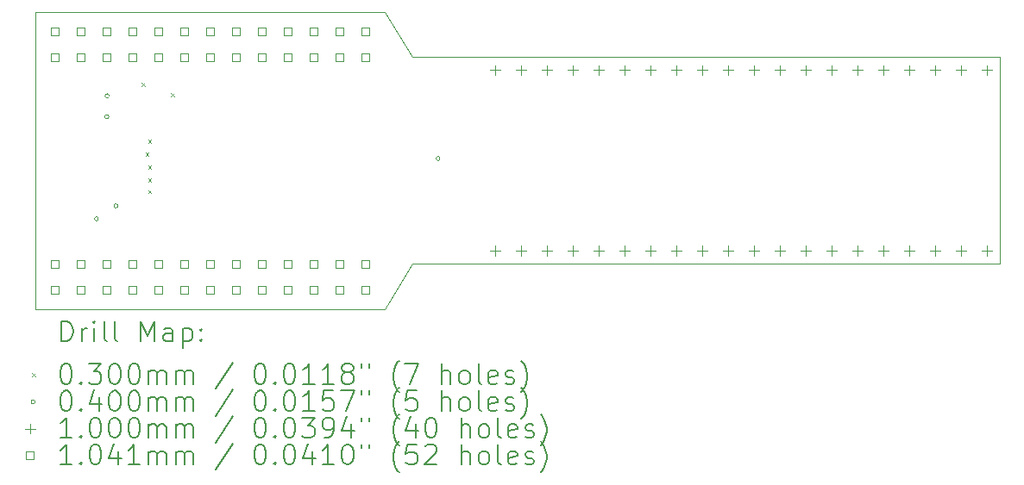
<source format=gbr>
%TF.GenerationSoftware,KiCad,Pcbnew,(6.0.11-0)*%
%TF.CreationDate,2023-06-20T16:53:39+02:00*%
%TF.ProjectId,ft4232h_mini_module,66743432-3332-4685-9f6d-696e695f6d6f,A*%
%TF.SameCoordinates,Original*%
%TF.FileFunction,Drillmap*%
%TF.FilePolarity,Positive*%
%FSLAX45Y45*%
G04 Gerber Fmt 4.5, Leading zero omitted, Abs format (unit mm)*
G04 Created by KiCad (PCBNEW (6.0.11-0)) date 2023-06-20 16:53:39*
%MOMM*%
%LPD*%
G01*
G04 APERTURE LIST*
%ADD10C,0.100000*%
%ADD11C,0.200000*%
%ADD12C,0.030000*%
%ADD13C,0.040000*%
%ADD14C,0.104140*%
G04 APERTURE END LIST*
D10*
X13665200Y-11049000D02*
X19431000Y-11049000D01*
X19431000Y-11049000D02*
X19431000Y-9017000D01*
X13665200Y-9017000D02*
X13398500Y-8572500D01*
X9969500Y-11493500D02*
X13398500Y-11493500D01*
X9969500Y-8572500D02*
X9969500Y-11493500D01*
X9969500Y-8572500D02*
X13398500Y-8572500D01*
X13665200Y-9017000D02*
X19431000Y-9017000D01*
X13398500Y-11493500D02*
X13665200Y-11049000D01*
D11*
D12*
X11008600Y-9268700D02*
X11038600Y-9298700D01*
X11038600Y-9268700D02*
X11008600Y-9298700D01*
X11046700Y-9954500D02*
X11076700Y-9984500D01*
X11076700Y-9954500D02*
X11046700Y-9984500D01*
X11072100Y-9827500D02*
X11102100Y-9857500D01*
X11102100Y-9827500D02*
X11072100Y-9857500D01*
X11072100Y-10081500D02*
X11102100Y-10111500D01*
X11102100Y-10081500D02*
X11072100Y-10111500D01*
X11072100Y-10208500D02*
X11102100Y-10238500D01*
X11102100Y-10208500D02*
X11072100Y-10238500D01*
X11072100Y-10322800D02*
X11102100Y-10352800D01*
X11102100Y-10322800D02*
X11072100Y-10352800D01*
X11300625Y-9370375D02*
X11330625Y-9400375D01*
X11330625Y-9370375D02*
X11300625Y-9400375D01*
D13*
X10586400Y-10604500D02*
G75*
G03*
X10586400Y-10604500I-20000J0D01*
G01*
X10688000Y-9601200D02*
G75*
G03*
X10688000Y-9601200I-20000J0D01*
G01*
X10691273Y-9395639D02*
G75*
G03*
X10691273Y-9395639I-20000J0D01*
G01*
X10776900Y-10477500D02*
G75*
G03*
X10776900Y-10477500I-20000J0D01*
G01*
X13939200Y-10012100D02*
G75*
G03*
X13939200Y-10012100I-20000J0D01*
G01*
D10*
X14478000Y-9094000D02*
X14478000Y-9194000D01*
X14428000Y-9144000D02*
X14528000Y-9144000D01*
X14478000Y-10869500D02*
X14478000Y-10969500D01*
X14428000Y-10919500D02*
X14528000Y-10919500D01*
X14732000Y-9094000D02*
X14732000Y-9194000D01*
X14682000Y-9144000D02*
X14782000Y-9144000D01*
X14732000Y-10869500D02*
X14732000Y-10969500D01*
X14682000Y-10919500D02*
X14782000Y-10919500D01*
X14986000Y-9094000D02*
X14986000Y-9194000D01*
X14936000Y-9144000D02*
X15036000Y-9144000D01*
X14986000Y-10869500D02*
X14986000Y-10969500D01*
X14936000Y-10919500D02*
X15036000Y-10919500D01*
X15240000Y-9094000D02*
X15240000Y-9194000D01*
X15190000Y-9144000D02*
X15290000Y-9144000D01*
X15240000Y-10869500D02*
X15240000Y-10969500D01*
X15190000Y-10919500D02*
X15290000Y-10919500D01*
X15494000Y-9094000D02*
X15494000Y-9194000D01*
X15444000Y-9144000D02*
X15544000Y-9144000D01*
X15494000Y-10869500D02*
X15494000Y-10969500D01*
X15444000Y-10919500D02*
X15544000Y-10919500D01*
X15748000Y-9094000D02*
X15748000Y-9194000D01*
X15698000Y-9144000D02*
X15798000Y-9144000D01*
X15748000Y-10869500D02*
X15748000Y-10969500D01*
X15698000Y-10919500D02*
X15798000Y-10919500D01*
X16002000Y-9094000D02*
X16002000Y-9194000D01*
X15952000Y-9144000D02*
X16052000Y-9144000D01*
X16002000Y-10869500D02*
X16002000Y-10969500D01*
X15952000Y-10919500D02*
X16052000Y-10919500D01*
X16256000Y-9094000D02*
X16256000Y-9194000D01*
X16206000Y-9144000D02*
X16306000Y-9144000D01*
X16256000Y-10869500D02*
X16256000Y-10969500D01*
X16206000Y-10919500D02*
X16306000Y-10919500D01*
X16510000Y-9094000D02*
X16510000Y-9194000D01*
X16460000Y-9144000D02*
X16560000Y-9144000D01*
X16510000Y-10869500D02*
X16510000Y-10969500D01*
X16460000Y-10919500D02*
X16560000Y-10919500D01*
X16764000Y-9094000D02*
X16764000Y-9194000D01*
X16714000Y-9144000D02*
X16814000Y-9144000D01*
X16764000Y-10869500D02*
X16764000Y-10969500D01*
X16714000Y-10919500D02*
X16814000Y-10919500D01*
X17018000Y-9094000D02*
X17018000Y-9194000D01*
X16968000Y-9144000D02*
X17068000Y-9144000D01*
X17018000Y-10869500D02*
X17018000Y-10969500D01*
X16968000Y-10919500D02*
X17068000Y-10919500D01*
X17272000Y-9094000D02*
X17272000Y-9194000D01*
X17222000Y-9144000D02*
X17322000Y-9144000D01*
X17272000Y-10869500D02*
X17272000Y-10969500D01*
X17222000Y-10919500D02*
X17322000Y-10919500D01*
X17526000Y-9094000D02*
X17526000Y-9194000D01*
X17476000Y-9144000D02*
X17576000Y-9144000D01*
X17526000Y-10869500D02*
X17526000Y-10969500D01*
X17476000Y-10919500D02*
X17576000Y-10919500D01*
X17780000Y-9094000D02*
X17780000Y-9194000D01*
X17730000Y-9144000D02*
X17830000Y-9144000D01*
X17780000Y-10869500D02*
X17780000Y-10969500D01*
X17730000Y-10919500D02*
X17830000Y-10919500D01*
X18034000Y-9094000D02*
X18034000Y-9194000D01*
X17984000Y-9144000D02*
X18084000Y-9144000D01*
X18034000Y-10869500D02*
X18034000Y-10969500D01*
X17984000Y-10919500D02*
X18084000Y-10919500D01*
X18288000Y-9094000D02*
X18288000Y-9194000D01*
X18238000Y-9144000D02*
X18338000Y-9144000D01*
X18288000Y-10869500D02*
X18288000Y-10969500D01*
X18238000Y-10919500D02*
X18338000Y-10919500D01*
X18542000Y-9094000D02*
X18542000Y-9194000D01*
X18492000Y-9144000D02*
X18592000Y-9144000D01*
X18542000Y-10869500D02*
X18542000Y-10969500D01*
X18492000Y-10919500D02*
X18592000Y-10919500D01*
X18796000Y-9094000D02*
X18796000Y-9194000D01*
X18746000Y-9144000D02*
X18846000Y-9144000D01*
X18796000Y-10869500D02*
X18796000Y-10969500D01*
X18746000Y-10919500D02*
X18846000Y-10919500D01*
X19050000Y-9094000D02*
X19050000Y-9194000D01*
X19000000Y-9144000D02*
X19100000Y-9144000D01*
X19050000Y-10869500D02*
X19050000Y-10969500D01*
X19000000Y-10919500D02*
X19100000Y-10919500D01*
X19304000Y-9094000D02*
X19304000Y-9194000D01*
X19254000Y-9144000D02*
X19354000Y-9144000D01*
X19304000Y-10869500D02*
X19304000Y-10969500D01*
X19254000Y-10919500D02*
X19354000Y-10919500D01*
D14*
X10196819Y-8798319D02*
X10196819Y-8724681D01*
X10123181Y-8724681D01*
X10123181Y-8798319D01*
X10196819Y-8798319D01*
X10196819Y-9052319D02*
X10196819Y-8978681D01*
X10123181Y-8978681D01*
X10123181Y-9052319D01*
X10196819Y-9052319D01*
X10196819Y-11087319D02*
X10196819Y-11013681D01*
X10123181Y-11013681D01*
X10123181Y-11087319D01*
X10196819Y-11087319D01*
X10196819Y-11341319D02*
X10196819Y-11267681D01*
X10123181Y-11267681D01*
X10123181Y-11341319D01*
X10196819Y-11341319D01*
X10450819Y-8798319D02*
X10450819Y-8724681D01*
X10377181Y-8724681D01*
X10377181Y-8798319D01*
X10450819Y-8798319D01*
X10450819Y-9052319D02*
X10450819Y-8978681D01*
X10377181Y-8978681D01*
X10377181Y-9052319D01*
X10450819Y-9052319D01*
X10450819Y-11087319D02*
X10450819Y-11013681D01*
X10377181Y-11013681D01*
X10377181Y-11087319D01*
X10450819Y-11087319D01*
X10450819Y-11341319D02*
X10450819Y-11267681D01*
X10377181Y-11267681D01*
X10377181Y-11341319D01*
X10450819Y-11341319D01*
X10704819Y-8798319D02*
X10704819Y-8724681D01*
X10631181Y-8724681D01*
X10631181Y-8798319D01*
X10704819Y-8798319D01*
X10704819Y-9052319D02*
X10704819Y-8978681D01*
X10631181Y-8978681D01*
X10631181Y-9052319D01*
X10704819Y-9052319D01*
X10704819Y-11087319D02*
X10704819Y-11013681D01*
X10631181Y-11013681D01*
X10631181Y-11087319D01*
X10704819Y-11087319D01*
X10704819Y-11341319D02*
X10704819Y-11267681D01*
X10631181Y-11267681D01*
X10631181Y-11341319D01*
X10704819Y-11341319D01*
X10958819Y-8798319D02*
X10958819Y-8724681D01*
X10885181Y-8724681D01*
X10885181Y-8798319D01*
X10958819Y-8798319D01*
X10958819Y-9052319D02*
X10958819Y-8978681D01*
X10885181Y-8978681D01*
X10885181Y-9052319D01*
X10958819Y-9052319D01*
X10958819Y-11087319D02*
X10958819Y-11013681D01*
X10885181Y-11013681D01*
X10885181Y-11087319D01*
X10958819Y-11087319D01*
X10958819Y-11341319D02*
X10958819Y-11267681D01*
X10885181Y-11267681D01*
X10885181Y-11341319D01*
X10958819Y-11341319D01*
X11212819Y-8798319D02*
X11212819Y-8724681D01*
X11139181Y-8724681D01*
X11139181Y-8798319D01*
X11212819Y-8798319D01*
X11212819Y-9052319D02*
X11212819Y-8978681D01*
X11139181Y-8978681D01*
X11139181Y-9052319D01*
X11212819Y-9052319D01*
X11212819Y-11087319D02*
X11212819Y-11013681D01*
X11139181Y-11013681D01*
X11139181Y-11087319D01*
X11212819Y-11087319D01*
X11212819Y-11341319D02*
X11212819Y-11267681D01*
X11139181Y-11267681D01*
X11139181Y-11341319D01*
X11212819Y-11341319D01*
X11466819Y-8798319D02*
X11466819Y-8724681D01*
X11393181Y-8724681D01*
X11393181Y-8798319D01*
X11466819Y-8798319D01*
X11466819Y-9052319D02*
X11466819Y-8978681D01*
X11393181Y-8978681D01*
X11393181Y-9052319D01*
X11466819Y-9052319D01*
X11466819Y-11087319D02*
X11466819Y-11013681D01*
X11393181Y-11013681D01*
X11393181Y-11087319D01*
X11466819Y-11087319D01*
X11466819Y-11341319D02*
X11466819Y-11267681D01*
X11393181Y-11267681D01*
X11393181Y-11341319D01*
X11466819Y-11341319D01*
X11720819Y-8798319D02*
X11720819Y-8724681D01*
X11647181Y-8724681D01*
X11647181Y-8798319D01*
X11720819Y-8798319D01*
X11720819Y-9052319D02*
X11720819Y-8978681D01*
X11647181Y-8978681D01*
X11647181Y-9052319D01*
X11720819Y-9052319D01*
X11720819Y-11087319D02*
X11720819Y-11013681D01*
X11647181Y-11013681D01*
X11647181Y-11087319D01*
X11720819Y-11087319D01*
X11720819Y-11341319D02*
X11720819Y-11267681D01*
X11647181Y-11267681D01*
X11647181Y-11341319D01*
X11720819Y-11341319D01*
X11974819Y-8798319D02*
X11974819Y-8724681D01*
X11901181Y-8724681D01*
X11901181Y-8798319D01*
X11974819Y-8798319D01*
X11974819Y-9052319D02*
X11974819Y-8978681D01*
X11901181Y-8978681D01*
X11901181Y-9052319D01*
X11974819Y-9052319D01*
X11974819Y-11087319D02*
X11974819Y-11013681D01*
X11901181Y-11013681D01*
X11901181Y-11087319D01*
X11974819Y-11087319D01*
X11974819Y-11341319D02*
X11974819Y-11267681D01*
X11901181Y-11267681D01*
X11901181Y-11341319D01*
X11974819Y-11341319D01*
X12228819Y-8798319D02*
X12228819Y-8724681D01*
X12155181Y-8724681D01*
X12155181Y-8798319D01*
X12228819Y-8798319D01*
X12228819Y-9052319D02*
X12228819Y-8978681D01*
X12155181Y-8978681D01*
X12155181Y-9052319D01*
X12228819Y-9052319D01*
X12228819Y-11087319D02*
X12228819Y-11013681D01*
X12155181Y-11013681D01*
X12155181Y-11087319D01*
X12228819Y-11087319D01*
X12228819Y-11341319D02*
X12228819Y-11267681D01*
X12155181Y-11267681D01*
X12155181Y-11341319D01*
X12228819Y-11341319D01*
X12482819Y-8798319D02*
X12482819Y-8724681D01*
X12409181Y-8724681D01*
X12409181Y-8798319D01*
X12482819Y-8798319D01*
X12482819Y-9052319D02*
X12482819Y-8978681D01*
X12409181Y-8978681D01*
X12409181Y-9052319D01*
X12482819Y-9052319D01*
X12482819Y-11087319D02*
X12482819Y-11013681D01*
X12409181Y-11013681D01*
X12409181Y-11087319D01*
X12482819Y-11087319D01*
X12482819Y-11341319D02*
X12482819Y-11267681D01*
X12409181Y-11267681D01*
X12409181Y-11341319D01*
X12482819Y-11341319D01*
X12736819Y-8798319D02*
X12736819Y-8724681D01*
X12663181Y-8724681D01*
X12663181Y-8798319D01*
X12736819Y-8798319D01*
X12736819Y-9052319D02*
X12736819Y-8978681D01*
X12663181Y-8978681D01*
X12663181Y-9052319D01*
X12736819Y-9052319D01*
X12736819Y-11087319D02*
X12736819Y-11013681D01*
X12663181Y-11013681D01*
X12663181Y-11087319D01*
X12736819Y-11087319D01*
X12736819Y-11341319D02*
X12736819Y-11267681D01*
X12663181Y-11267681D01*
X12663181Y-11341319D01*
X12736819Y-11341319D01*
X12990819Y-8798319D02*
X12990819Y-8724681D01*
X12917181Y-8724681D01*
X12917181Y-8798319D01*
X12990819Y-8798319D01*
X12990819Y-9052319D02*
X12990819Y-8978681D01*
X12917181Y-8978681D01*
X12917181Y-9052319D01*
X12990819Y-9052319D01*
X12990819Y-11087319D02*
X12990819Y-11013681D01*
X12917181Y-11013681D01*
X12917181Y-11087319D01*
X12990819Y-11087319D01*
X12990819Y-11341319D02*
X12990819Y-11267681D01*
X12917181Y-11267681D01*
X12917181Y-11341319D01*
X12990819Y-11341319D01*
X13244819Y-8798319D02*
X13244819Y-8724681D01*
X13171181Y-8724681D01*
X13171181Y-8798319D01*
X13244819Y-8798319D01*
X13244819Y-9052319D02*
X13244819Y-8978681D01*
X13171181Y-8978681D01*
X13171181Y-9052319D01*
X13244819Y-9052319D01*
X13244819Y-11087319D02*
X13244819Y-11013681D01*
X13171181Y-11013681D01*
X13171181Y-11087319D01*
X13244819Y-11087319D01*
X13244819Y-11341319D02*
X13244819Y-11267681D01*
X13171181Y-11267681D01*
X13171181Y-11341319D01*
X13244819Y-11341319D01*
D11*
X10222119Y-11808976D02*
X10222119Y-11608976D01*
X10269738Y-11608976D01*
X10298310Y-11618500D01*
X10317357Y-11637548D01*
X10326881Y-11656595D01*
X10336405Y-11694690D01*
X10336405Y-11723262D01*
X10326881Y-11761357D01*
X10317357Y-11780405D01*
X10298310Y-11799452D01*
X10269738Y-11808976D01*
X10222119Y-11808976D01*
X10422119Y-11808976D02*
X10422119Y-11675643D01*
X10422119Y-11713738D02*
X10431643Y-11694690D01*
X10441167Y-11685167D01*
X10460214Y-11675643D01*
X10479262Y-11675643D01*
X10545929Y-11808976D02*
X10545929Y-11675643D01*
X10545929Y-11608976D02*
X10536405Y-11618500D01*
X10545929Y-11628024D01*
X10555452Y-11618500D01*
X10545929Y-11608976D01*
X10545929Y-11628024D01*
X10669738Y-11808976D02*
X10650690Y-11799452D01*
X10641167Y-11780405D01*
X10641167Y-11608976D01*
X10774500Y-11808976D02*
X10755452Y-11799452D01*
X10745929Y-11780405D01*
X10745929Y-11608976D01*
X11003071Y-11808976D02*
X11003071Y-11608976D01*
X11069738Y-11751833D01*
X11136405Y-11608976D01*
X11136405Y-11808976D01*
X11317357Y-11808976D02*
X11317357Y-11704214D01*
X11307833Y-11685167D01*
X11288786Y-11675643D01*
X11250690Y-11675643D01*
X11231643Y-11685167D01*
X11317357Y-11799452D02*
X11298309Y-11808976D01*
X11250690Y-11808976D01*
X11231643Y-11799452D01*
X11222119Y-11780405D01*
X11222119Y-11761357D01*
X11231643Y-11742309D01*
X11250690Y-11732786D01*
X11298309Y-11732786D01*
X11317357Y-11723262D01*
X11412595Y-11675643D02*
X11412595Y-11875643D01*
X11412595Y-11685167D02*
X11431643Y-11675643D01*
X11469738Y-11675643D01*
X11488786Y-11685167D01*
X11498309Y-11694690D01*
X11507833Y-11713738D01*
X11507833Y-11770881D01*
X11498309Y-11789928D01*
X11488786Y-11799452D01*
X11469738Y-11808976D01*
X11431643Y-11808976D01*
X11412595Y-11799452D01*
X11593548Y-11789928D02*
X11603071Y-11799452D01*
X11593548Y-11808976D01*
X11584024Y-11799452D01*
X11593548Y-11789928D01*
X11593548Y-11808976D01*
X11593548Y-11685167D02*
X11603071Y-11694690D01*
X11593548Y-11704214D01*
X11584024Y-11694690D01*
X11593548Y-11685167D01*
X11593548Y-11704214D01*
D12*
X9934500Y-12123500D02*
X9964500Y-12153500D01*
X9964500Y-12123500D02*
X9934500Y-12153500D01*
D11*
X10260214Y-12028976D02*
X10279262Y-12028976D01*
X10298310Y-12038500D01*
X10307833Y-12048024D01*
X10317357Y-12067071D01*
X10326881Y-12105167D01*
X10326881Y-12152786D01*
X10317357Y-12190881D01*
X10307833Y-12209928D01*
X10298310Y-12219452D01*
X10279262Y-12228976D01*
X10260214Y-12228976D01*
X10241167Y-12219452D01*
X10231643Y-12209928D01*
X10222119Y-12190881D01*
X10212595Y-12152786D01*
X10212595Y-12105167D01*
X10222119Y-12067071D01*
X10231643Y-12048024D01*
X10241167Y-12038500D01*
X10260214Y-12028976D01*
X10412595Y-12209928D02*
X10422119Y-12219452D01*
X10412595Y-12228976D01*
X10403071Y-12219452D01*
X10412595Y-12209928D01*
X10412595Y-12228976D01*
X10488786Y-12028976D02*
X10612595Y-12028976D01*
X10545929Y-12105167D01*
X10574500Y-12105167D01*
X10593548Y-12114690D01*
X10603071Y-12124214D01*
X10612595Y-12143262D01*
X10612595Y-12190881D01*
X10603071Y-12209928D01*
X10593548Y-12219452D01*
X10574500Y-12228976D01*
X10517357Y-12228976D01*
X10498310Y-12219452D01*
X10488786Y-12209928D01*
X10736405Y-12028976D02*
X10755452Y-12028976D01*
X10774500Y-12038500D01*
X10784024Y-12048024D01*
X10793548Y-12067071D01*
X10803071Y-12105167D01*
X10803071Y-12152786D01*
X10793548Y-12190881D01*
X10784024Y-12209928D01*
X10774500Y-12219452D01*
X10755452Y-12228976D01*
X10736405Y-12228976D01*
X10717357Y-12219452D01*
X10707833Y-12209928D01*
X10698310Y-12190881D01*
X10688786Y-12152786D01*
X10688786Y-12105167D01*
X10698310Y-12067071D01*
X10707833Y-12048024D01*
X10717357Y-12038500D01*
X10736405Y-12028976D01*
X10926881Y-12028976D02*
X10945929Y-12028976D01*
X10964976Y-12038500D01*
X10974500Y-12048024D01*
X10984024Y-12067071D01*
X10993548Y-12105167D01*
X10993548Y-12152786D01*
X10984024Y-12190881D01*
X10974500Y-12209928D01*
X10964976Y-12219452D01*
X10945929Y-12228976D01*
X10926881Y-12228976D01*
X10907833Y-12219452D01*
X10898310Y-12209928D01*
X10888786Y-12190881D01*
X10879262Y-12152786D01*
X10879262Y-12105167D01*
X10888786Y-12067071D01*
X10898310Y-12048024D01*
X10907833Y-12038500D01*
X10926881Y-12028976D01*
X11079262Y-12228976D02*
X11079262Y-12095643D01*
X11079262Y-12114690D02*
X11088786Y-12105167D01*
X11107833Y-12095643D01*
X11136405Y-12095643D01*
X11155452Y-12105167D01*
X11164976Y-12124214D01*
X11164976Y-12228976D01*
X11164976Y-12124214D02*
X11174500Y-12105167D01*
X11193548Y-12095643D01*
X11222119Y-12095643D01*
X11241167Y-12105167D01*
X11250690Y-12124214D01*
X11250690Y-12228976D01*
X11345928Y-12228976D02*
X11345928Y-12095643D01*
X11345928Y-12114690D02*
X11355452Y-12105167D01*
X11374500Y-12095643D01*
X11403071Y-12095643D01*
X11422119Y-12105167D01*
X11431643Y-12124214D01*
X11431643Y-12228976D01*
X11431643Y-12124214D02*
X11441167Y-12105167D01*
X11460214Y-12095643D01*
X11488786Y-12095643D01*
X11507833Y-12105167D01*
X11517357Y-12124214D01*
X11517357Y-12228976D01*
X11907833Y-12019452D02*
X11736405Y-12276595D01*
X12164976Y-12028976D02*
X12184024Y-12028976D01*
X12203071Y-12038500D01*
X12212595Y-12048024D01*
X12222119Y-12067071D01*
X12231643Y-12105167D01*
X12231643Y-12152786D01*
X12222119Y-12190881D01*
X12212595Y-12209928D01*
X12203071Y-12219452D01*
X12184024Y-12228976D01*
X12164976Y-12228976D01*
X12145928Y-12219452D01*
X12136405Y-12209928D01*
X12126881Y-12190881D01*
X12117357Y-12152786D01*
X12117357Y-12105167D01*
X12126881Y-12067071D01*
X12136405Y-12048024D01*
X12145928Y-12038500D01*
X12164976Y-12028976D01*
X12317357Y-12209928D02*
X12326881Y-12219452D01*
X12317357Y-12228976D01*
X12307833Y-12219452D01*
X12317357Y-12209928D01*
X12317357Y-12228976D01*
X12450690Y-12028976D02*
X12469738Y-12028976D01*
X12488786Y-12038500D01*
X12498309Y-12048024D01*
X12507833Y-12067071D01*
X12517357Y-12105167D01*
X12517357Y-12152786D01*
X12507833Y-12190881D01*
X12498309Y-12209928D01*
X12488786Y-12219452D01*
X12469738Y-12228976D01*
X12450690Y-12228976D01*
X12431643Y-12219452D01*
X12422119Y-12209928D01*
X12412595Y-12190881D01*
X12403071Y-12152786D01*
X12403071Y-12105167D01*
X12412595Y-12067071D01*
X12422119Y-12048024D01*
X12431643Y-12038500D01*
X12450690Y-12028976D01*
X12707833Y-12228976D02*
X12593548Y-12228976D01*
X12650690Y-12228976D02*
X12650690Y-12028976D01*
X12631643Y-12057548D01*
X12612595Y-12076595D01*
X12593548Y-12086119D01*
X12898309Y-12228976D02*
X12784024Y-12228976D01*
X12841167Y-12228976D02*
X12841167Y-12028976D01*
X12822119Y-12057548D01*
X12803071Y-12076595D01*
X12784024Y-12086119D01*
X13012595Y-12114690D02*
X12993548Y-12105167D01*
X12984024Y-12095643D01*
X12974500Y-12076595D01*
X12974500Y-12067071D01*
X12984024Y-12048024D01*
X12993548Y-12038500D01*
X13012595Y-12028976D01*
X13050690Y-12028976D01*
X13069738Y-12038500D01*
X13079262Y-12048024D01*
X13088786Y-12067071D01*
X13088786Y-12076595D01*
X13079262Y-12095643D01*
X13069738Y-12105167D01*
X13050690Y-12114690D01*
X13012595Y-12114690D01*
X12993548Y-12124214D01*
X12984024Y-12133738D01*
X12974500Y-12152786D01*
X12974500Y-12190881D01*
X12984024Y-12209928D01*
X12993548Y-12219452D01*
X13012595Y-12228976D01*
X13050690Y-12228976D01*
X13069738Y-12219452D01*
X13079262Y-12209928D01*
X13088786Y-12190881D01*
X13088786Y-12152786D01*
X13079262Y-12133738D01*
X13069738Y-12124214D01*
X13050690Y-12114690D01*
X13164976Y-12028976D02*
X13164976Y-12067071D01*
X13241167Y-12028976D02*
X13241167Y-12067071D01*
X13536405Y-12305167D02*
X13526881Y-12295643D01*
X13507833Y-12267071D01*
X13498309Y-12248024D01*
X13488786Y-12219452D01*
X13479262Y-12171833D01*
X13479262Y-12133738D01*
X13488786Y-12086119D01*
X13498309Y-12057548D01*
X13507833Y-12038500D01*
X13526881Y-12009928D01*
X13536405Y-12000405D01*
X13593548Y-12028976D02*
X13726881Y-12028976D01*
X13641167Y-12228976D01*
X13955452Y-12228976D02*
X13955452Y-12028976D01*
X14041167Y-12228976D02*
X14041167Y-12124214D01*
X14031643Y-12105167D01*
X14012595Y-12095643D01*
X13984024Y-12095643D01*
X13964976Y-12105167D01*
X13955452Y-12114690D01*
X14164976Y-12228976D02*
X14145928Y-12219452D01*
X14136405Y-12209928D01*
X14126881Y-12190881D01*
X14126881Y-12133738D01*
X14136405Y-12114690D01*
X14145928Y-12105167D01*
X14164976Y-12095643D01*
X14193548Y-12095643D01*
X14212595Y-12105167D01*
X14222119Y-12114690D01*
X14231643Y-12133738D01*
X14231643Y-12190881D01*
X14222119Y-12209928D01*
X14212595Y-12219452D01*
X14193548Y-12228976D01*
X14164976Y-12228976D01*
X14345928Y-12228976D02*
X14326881Y-12219452D01*
X14317357Y-12200405D01*
X14317357Y-12028976D01*
X14498309Y-12219452D02*
X14479262Y-12228976D01*
X14441167Y-12228976D01*
X14422119Y-12219452D01*
X14412595Y-12200405D01*
X14412595Y-12124214D01*
X14422119Y-12105167D01*
X14441167Y-12095643D01*
X14479262Y-12095643D01*
X14498309Y-12105167D01*
X14507833Y-12124214D01*
X14507833Y-12143262D01*
X14412595Y-12162309D01*
X14584024Y-12219452D02*
X14603071Y-12228976D01*
X14641167Y-12228976D01*
X14660214Y-12219452D01*
X14669738Y-12200405D01*
X14669738Y-12190881D01*
X14660214Y-12171833D01*
X14641167Y-12162309D01*
X14612595Y-12162309D01*
X14593548Y-12152786D01*
X14584024Y-12133738D01*
X14584024Y-12124214D01*
X14593548Y-12105167D01*
X14612595Y-12095643D01*
X14641167Y-12095643D01*
X14660214Y-12105167D01*
X14736405Y-12305167D02*
X14745928Y-12295643D01*
X14764976Y-12267071D01*
X14774500Y-12248024D01*
X14784024Y-12219452D01*
X14793548Y-12171833D01*
X14793548Y-12133738D01*
X14784024Y-12086119D01*
X14774500Y-12057548D01*
X14764976Y-12038500D01*
X14745928Y-12009928D01*
X14736405Y-12000405D01*
D13*
X9964500Y-12402500D02*
G75*
G03*
X9964500Y-12402500I-20000J0D01*
G01*
D11*
X10260214Y-12292976D02*
X10279262Y-12292976D01*
X10298310Y-12302500D01*
X10307833Y-12312024D01*
X10317357Y-12331071D01*
X10326881Y-12369167D01*
X10326881Y-12416786D01*
X10317357Y-12454881D01*
X10307833Y-12473928D01*
X10298310Y-12483452D01*
X10279262Y-12492976D01*
X10260214Y-12492976D01*
X10241167Y-12483452D01*
X10231643Y-12473928D01*
X10222119Y-12454881D01*
X10212595Y-12416786D01*
X10212595Y-12369167D01*
X10222119Y-12331071D01*
X10231643Y-12312024D01*
X10241167Y-12302500D01*
X10260214Y-12292976D01*
X10412595Y-12473928D02*
X10422119Y-12483452D01*
X10412595Y-12492976D01*
X10403071Y-12483452D01*
X10412595Y-12473928D01*
X10412595Y-12492976D01*
X10593548Y-12359643D02*
X10593548Y-12492976D01*
X10545929Y-12283452D02*
X10498310Y-12426309D01*
X10622119Y-12426309D01*
X10736405Y-12292976D02*
X10755452Y-12292976D01*
X10774500Y-12302500D01*
X10784024Y-12312024D01*
X10793548Y-12331071D01*
X10803071Y-12369167D01*
X10803071Y-12416786D01*
X10793548Y-12454881D01*
X10784024Y-12473928D01*
X10774500Y-12483452D01*
X10755452Y-12492976D01*
X10736405Y-12492976D01*
X10717357Y-12483452D01*
X10707833Y-12473928D01*
X10698310Y-12454881D01*
X10688786Y-12416786D01*
X10688786Y-12369167D01*
X10698310Y-12331071D01*
X10707833Y-12312024D01*
X10717357Y-12302500D01*
X10736405Y-12292976D01*
X10926881Y-12292976D02*
X10945929Y-12292976D01*
X10964976Y-12302500D01*
X10974500Y-12312024D01*
X10984024Y-12331071D01*
X10993548Y-12369167D01*
X10993548Y-12416786D01*
X10984024Y-12454881D01*
X10974500Y-12473928D01*
X10964976Y-12483452D01*
X10945929Y-12492976D01*
X10926881Y-12492976D01*
X10907833Y-12483452D01*
X10898310Y-12473928D01*
X10888786Y-12454881D01*
X10879262Y-12416786D01*
X10879262Y-12369167D01*
X10888786Y-12331071D01*
X10898310Y-12312024D01*
X10907833Y-12302500D01*
X10926881Y-12292976D01*
X11079262Y-12492976D02*
X11079262Y-12359643D01*
X11079262Y-12378690D02*
X11088786Y-12369167D01*
X11107833Y-12359643D01*
X11136405Y-12359643D01*
X11155452Y-12369167D01*
X11164976Y-12388214D01*
X11164976Y-12492976D01*
X11164976Y-12388214D02*
X11174500Y-12369167D01*
X11193548Y-12359643D01*
X11222119Y-12359643D01*
X11241167Y-12369167D01*
X11250690Y-12388214D01*
X11250690Y-12492976D01*
X11345928Y-12492976D02*
X11345928Y-12359643D01*
X11345928Y-12378690D02*
X11355452Y-12369167D01*
X11374500Y-12359643D01*
X11403071Y-12359643D01*
X11422119Y-12369167D01*
X11431643Y-12388214D01*
X11431643Y-12492976D01*
X11431643Y-12388214D02*
X11441167Y-12369167D01*
X11460214Y-12359643D01*
X11488786Y-12359643D01*
X11507833Y-12369167D01*
X11517357Y-12388214D01*
X11517357Y-12492976D01*
X11907833Y-12283452D02*
X11736405Y-12540595D01*
X12164976Y-12292976D02*
X12184024Y-12292976D01*
X12203071Y-12302500D01*
X12212595Y-12312024D01*
X12222119Y-12331071D01*
X12231643Y-12369167D01*
X12231643Y-12416786D01*
X12222119Y-12454881D01*
X12212595Y-12473928D01*
X12203071Y-12483452D01*
X12184024Y-12492976D01*
X12164976Y-12492976D01*
X12145928Y-12483452D01*
X12136405Y-12473928D01*
X12126881Y-12454881D01*
X12117357Y-12416786D01*
X12117357Y-12369167D01*
X12126881Y-12331071D01*
X12136405Y-12312024D01*
X12145928Y-12302500D01*
X12164976Y-12292976D01*
X12317357Y-12473928D02*
X12326881Y-12483452D01*
X12317357Y-12492976D01*
X12307833Y-12483452D01*
X12317357Y-12473928D01*
X12317357Y-12492976D01*
X12450690Y-12292976D02*
X12469738Y-12292976D01*
X12488786Y-12302500D01*
X12498309Y-12312024D01*
X12507833Y-12331071D01*
X12517357Y-12369167D01*
X12517357Y-12416786D01*
X12507833Y-12454881D01*
X12498309Y-12473928D01*
X12488786Y-12483452D01*
X12469738Y-12492976D01*
X12450690Y-12492976D01*
X12431643Y-12483452D01*
X12422119Y-12473928D01*
X12412595Y-12454881D01*
X12403071Y-12416786D01*
X12403071Y-12369167D01*
X12412595Y-12331071D01*
X12422119Y-12312024D01*
X12431643Y-12302500D01*
X12450690Y-12292976D01*
X12707833Y-12492976D02*
X12593548Y-12492976D01*
X12650690Y-12492976D02*
X12650690Y-12292976D01*
X12631643Y-12321548D01*
X12612595Y-12340595D01*
X12593548Y-12350119D01*
X12888786Y-12292976D02*
X12793548Y-12292976D01*
X12784024Y-12388214D01*
X12793548Y-12378690D01*
X12812595Y-12369167D01*
X12860214Y-12369167D01*
X12879262Y-12378690D01*
X12888786Y-12388214D01*
X12898309Y-12407262D01*
X12898309Y-12454881D01*
X12888786Y-12473928D01*
X12879262Y-12483452D01*
X12860214Y-12492976D01*
X12812595Y-12492976D01*
X12793548Y-12483452D01*
X12784024Y-12473928D01*
X12964976Y-12292976D02*
X13098309Y-12292976D01*
X13012595Y-12492976D01*
X13164976Y-12292976D02*
X13164976Y-12331071D01*
X13241167Y-12292976D02*
X13241167Y-12331071D01*
X13536405Y-12569167D02*
X13526881Y-12559643D01*
X13507833Y-12531071D01*
X13498309Y-12512024D01*
X13488786Y-12483452D01*
X13479262Y-12435833D01*
X13479262Y-12397738D01*
X13488786Y-12350119D01*
X13498309Y-12321548D01*
X13507833Y-12302500D01*
X13526881Y-12273928D01*
X13536405Y-12264405D01*
X13707833Y-12292976D02*
X13612595Y-12292976D01*
X13603071Y-12388214D01*
X13612595Y-12378690D01*
X13631643Y-12369167D01*
X13679262Y-12369167D01*
X13698309Y-12378690D01*
X13707833Y-12388214D01*
X13717357Y-12407262D01*
X13717357Y-12454881D01*
X13707833Y-12473928D01*
X13698309Y-12483452D01*
X13679262Y-12492976D01*
X13631643Y-12492976D01*
X13612595Y-12483452D01*
X13603071Y-12473928D01*
X13955452Y-12492976D02*
X13955452Y-12292976D01*
X14041167Y-12492976D02*
X14041167Y-12388214D01*
X14031643Y-12369167D01*
X14012595Y-12359643D01*
X13984024Y-12359643D01*
X13964976Y-12369167D01*
X13955452Y-12378690D01*
X14164976Y-12492976D02*
X14145928Y-12483452D01*
X14136405Y-12473928D01*
X14126881Y-12454881D01*
X14126881Y-12397738D01*
X14136405Y-12378690D01*
X14145928Y-12369167D01*
X14164976Y-12359643D01*
X14193548Y-12359643D01*
X14212595Y-12369167D01*
X14222119Y-12378690D01*
X14231643Y-12397738D01*
X14231643Y-12454881D01*
X14222119Y-12473928D01*
X14212595Y-12483452D01*
X14193548Y-12492976D01*
X14164976Y-12492976D01*
X14345928Y-12492976D02*
X14326881Y-12483452D01*
X14317357Y-12464405D01*
X14317357Y-12292976D01*
X14498309Y-12483452D02*
X14479262Y-12492976D01*
X14441167Y-12492976D01*
X14422119Y-12483452D01*
X14412595Y-12464405D01*
X14412595Y-12388214D01*
X14422119Y-12369167D01*
X14441167Y-12359643D01*
X14479262Y-12359643D01*
X14498309Y-12369167D01*
X14507833Y-12388214D01*
X14507833Y-12407262D01*
X14412595Y-12426309D01*
X14584024Y-12483452D02*
X14603071Y-12492976D01*
X14641167Y-12492976D01*
X14660214Y-12483452D01*
X14669738Y-12464405D01*
X14669738Y-12454881D01*
X14660214Y-12435833D01*
X14641167Y-12426309D01*
X14612595Y-12426309D01*
X14593548Y-12416786D01*
X14584024Y-12397738D01*
X14584024Y-12388214D01*
X14593548Y-12369167D01*
X14612595Y-12359643D01*
X14641167Y-12359643D01*
X14660214Y-12369167D01*
X14736405Y-12569167D02*
X14745928Y-12559643D01*
X14764976Y-12531071D01*
X14774500Y-12512024D01*
X14784024Y-12483452D01*
X14793548Y-12435833D01*
X14793548Y-12397738D01*
X14784024Y-12350119D01*
X14774500Y-12321548D01*
X14764976Y-12302500D01*
X14745928Y-12273928D01*
X14736405Y-12264405D01*
D10*
X9914500Y-12616500D02*
X9914500Y-12716500D01*
X9864500Y-12666500D02*
X9964500Y-12666500D01*
D11*
X10326881Y-12756976D02*
X10212595Y-12756976D01*
X10269738Y-12756976D02*
X10269738Y-12556976D01*
X10250690Y-12585548D01*
X10231643Y-12604595D01*
X10212595Y-12614119D01*
X10412595Y-12737928D02*
X10422119Y-12747452D01*
X10412595Y-12756976D01*
X10403071Y-12747452D01*
X10412595Y-12737928D01*
X10412595Y-12756976D01*
X10545929Y-12556976D02*
X10564976Y-12556976D01*
X10584024Y-12566500D01*
X10593548Y-12576024D01*
X10603071Y-12595071D01*
X10612595Y-12633167D01*
X10612595Y-12680786D01*
X10603071Y-12718881D01*
X10593548Y-12737928D01*
X10584024Y-12747452D01*
X10564976Y-12756976D01*
X10545929Y-12756976D01*
X10526881Y-12747452D01*
X10517357Y-12737928D01*
X10507833Y-12718881D01*
X10498310Y-12680786D01*
X10498310Y-12633167D01*
X10507833Y-12595071D01*
X10517357Y-12576024D01*
X10526881Y-12566500D01*
X10545929Y-12556976D01*
X10736405Y-12556976D02*
X10755452Y-12556976D01*
X10774500Y-12566500D01*
X10784024Y-12576024D01*
X10793548Y-12595071D01*
X10803071Y-12633167D01*
X10803071Y-12680786D01*
X10793548Y-12718881D01*
X10784024Y-12737928D01*
X10774500Y-12747452D01*
X10755452Y-12756976D01*
X10736405Y-12756976D01*
X10717357Y-12747452D01*
X10707833Y-12737928D01*
X10698310Y-12718881D01*
X10688786Y-12680786D01*
X10688786Y-12633167D01*
X10698310Y-12595071D01*
X10707833Y-12576024D01*
X10717357Y-12566500D01*
X10736405Y-12556976D01*
X10926881Y-12556976D02*
X10945929Y-12556976D01*
X10964976Y-12566500D01*
X10974500Y-12576024D01*
X10984024Y-12595071D01*
X10993548Y-12633167D01*
X10993548Y-12680786D01*
X10984024Y-12718881D01*
X10974500Y-12737928D01*
X10964976Y-12747452D01*
X10945929Y-12756976D01*
X10926881Y-12756976D01*
X10907833Y-12747452D01*
X10898310Y-12737928D01*
X10888786Y-12718881D01*
X10879262Y-12680786D01*
X10879262Y-12633167D01*
X10888786Y-12595071D01*
X10898310Y-12576024D01*
X10907833Y-12566500D01*
X10926881Y-12556976D01*
X11079262Y-12756976D02*
X11079262Y-12623643D01*
X11079262Y-12642690D02*
X11088786Y-12633167D01*
X11107833Y-12623643D01*
X11136405Y-12623643D01*
X11155452Y-12633167D01*
X11164976Y-12652214D01*
X11164976Y-12756976D01*
X11164976Y-12652214D02*
X11174500Y-12633167D01*
X11193548Y-12623643D01*
X11222119Y-12623643D01*
X11241167Y-12633167D01*
X11250690Y-12652214D01*
X11250690Y-12756976D01*
X11345928Y-12756976D02*
X11345928Y-12623643D01*
X11345928Y-12642690D02*
X11355452Y-12633167D01*
X11374500Y-12623643D01*
X11403071Y-12623643D01*
X11422119Y-12633167D01*
X11431643Y-12652214D01*
X11431643Y-12756976D01*
X11431643Y-12652214D02*
X11441167Y-12633167D01*
X11460214Y-12623643D01*
X11488786Y-12623643D01*
X11507833Y-12633167D01*
X11517357Y-12652214D01*
X11517357Y-12756976D01*
X11907833Y-12547452D02*
X11736405Y-12804595D01*
X12164976Y-12556976D02*
X12184024Y-12556976D01*
X12203071Y-12566500D01*
X12212595Y-12576024D01*
X12222119Y-12595071D01*
X12231643Y-12633167D01*
X12231643Y-12680786D01*
X12222119Y-12718881D01*
X12212595Y-12737928D01*
X12203071Y-12747452D01*
X12184024Y-12756976D01*
X12164976Y-12756976D01*
X12145928Y-12747452D01*
X12136405Y-12737928D01*
X12126881Y-12718881D01*
X12117357Y-12680786D01*
X12117357Y-12633167D01*
X12126881Y-12595071D01*
X12136405Y-12576024D01*
X12145928Y-12566500D01*
X12164976Y-12556976D01*
X12317357Y-12737928D02*
X12326881Y-12747452D01*
X12317357Y-12756976D01*
X12307833Y-12747452D01*
X12317357Y-12737928D01*
X12317357Y-12756976D01*
X12450690Y-12556976D02*
X12469738Y-12556976D01*
X12488786Y-12566500D01*
X12498309Y-12576024D01*
X12507833Y-12595071D01*
X12517357Y-12633167D01*
X12517357Y-12680786D01*
X12507833Y-12718881D01*
X12498309Y-12737928D01*
X12488786Y-12747452D01*
X12469738Y-12756976D01*
X12450690Y-12756976D01*
X12431643Y-12747452D01*
X12422119Y-12737928D01*
X12412595Y-12718881D01*
X12403071Y-12680786D01*
X12403071Y-12633167D01*
X12412595Y-12595071D01*
X12422119Y-12576024D01*
X12431643Y-12566500D01*
X12450690Y-12556976D01*
X12584024Y-12556976D02*
X12707833Y-12556976D01*
X12641167Y-12633167D01*
X12669738Y-12633167D01*
X12688786Y-12642690D01*
X12698309Y-12652214D01*
X12707833Y-12671262D01*
X12707833Y-12718881D01*
X12698309Y-12737928D01*
X12688786Y-12747452D01*
X12669738Y-12756976D01*
X12612595Y-12756976D01*
X12593548Y-12747452D01*
X12584024Y-12737928D01*
X12803071Y-12756976D02*
X12841167Y-12756976D01*
X12860214Y-12747452D01*
X12869738Y-12737928D01*
X12888786Y-12709357D01*
X12898309Y-12671262D01*
X12898309Y-12595071D01*
X12888786Y-12576024D01*
X12879262Y-12566500D01*
X12860214Y-12556976D01*
X12822119Y-12556976D01*
X12803071Y-12566500D01*
X12793548Y-12576024D01*
X12784024Y-12595071D01*
X12784024Y-12642690D01*
X12793548Y-12661738D01*
X12803071Y-12671262D01*
X12822119Y-12680786D01*
X12860214Y-12680786D01*
X12879262Y-12671262D01*
X12888786Y-12661738D01*
X12898309Y-12642690D01*
X13069738Y-12623643D02*
X13069738Y-12756976D01*
X13022119Y-12547452D02*
X12974500Y-12690309D01*
X13098309Y-12690309D01*
X13164976Y-12556976D02*
X13164976Y-12595071D01*
X13241167Y-12556976D02*
X13241167Y-12595071D01*
X13536405Y-12833167D02*
X13526881Y-12823643D01*
X13507833Y-12795071D01*
X13498309Y-12776024D01*
X13488786Y-12747452D01*
X13479262Y-12699833D01*
X13479262Y-12661738D01*
X13488786Y-12614119D01*
X13498309Y-12585548D01*
X13507833Y-12566500D01*
X13526881Y-12537928D01*
X13536405Y-12528405D01*
X13698309Y-12623643D02*
X13698309Y-12756976D01*
X13650690Y-12547452D02*
X13603071Y-12690309D01*
X13726881Y-12690309D01*
X13841167Y-12556976D02*
X13860214Y-12556976D01*
X13879262Y-12566500D01*
X13888786Y-12576024D01*
X13898309Y-12595071D01*
X13907833Y-12633167D01*
X13907833Y-12680786D01*
X13898309Y-12718881D01*
X13888786Y-12737928D01*
X13879262Y-12747452D01*
X13860214Y-12756976D01*
X13841167Y-12756976D01*
X13822119Y-12747452D01*
X13812595Y-12737928D01*
X13803071Y-12718881D01*
X13793548Y-12680786D01*
X13793548Y-12633167D01*
X13803071Y-12595071D01*
X13812595Y-12576024D01*
X13822119Y-12566500D01*
X13841167Y-12556976D01*
X14145928Y-12756976D02*
X14145928Y-12556976D01*
X14231643Y-12756976D02*
X14231643Y-12652214D01*
X14222119Y-12633167D01*
X14203071Y-12623643D01*
X14174500Y-12623643D01*
X14155452Y-12633167D01*
X14145928Y-12642690D01*
X14355452Y-12756976D02*
X14336405Y-12747452D01*
X14326881Y-12737928D01*
X14317357Y-12718881D01*
X14317357Y-12661738D01*
X14326881Y-12642690D01*
X14336405Y-12633167D01*
X14355452Y-12623643D01*
X14384024Y-12623643D01*
X14403071Y-12633167D01*
X14412595Y-12642690D01*
X14422119Y-12661738D01*
X14422119Y-12718881D01*
X14412595Y-12737928D01*
X14403071Y-12747452D01*
X14384024Y-12756976D01*
X14355452Y-12756976D01*
X14536405Y-12756976D02*
X14517357Y-12747452D01*
X14507833Y-12728405D01*
X14507833Y-12556976D01*
X14688786Y-12747452D02*
X14669738Y-12756976D01*
X14631643Y-12756976D01*
X14612595Y-12747452D01*
X14603071Y-12728405D01*
X14603071Y-12652214D01*
X14612595Y-12633167D01*
X14631643Y-12623643D01*
X14669738Y-12623643D01*
X14688786Y-12633167D01*
X14698309Y-12652214D01*
X14698309Y-12671262D01*
X14603071Y-12690309D01*
X14774500Y-12747452D02*
X14793548Y-12756976D01*
X14831643Y-12756976D01*
X14850690Y-12747452D01*
X14860214Y-12728405D01*
X14860214Y-12718881D01*
X14850690Y-12699833D01*
X14831643Y-12690309D01*
X14803071Y-12690309D01*
X14784024Y-12680786D01*
X14774500Y-12661738D01*
X14774500Y-12652214D01*
X14784024Y-12633167D01*
X14803071Y-12623643D01*
X14831643Y-12623643D01*
X14850690Y-12633167D01*
X14926881Y-12833167D02*
X14936405Y-12823643D01*
X14955452Y-12795071D01*
X14964976Y-12776024D01*
X14974500Y-12747452D01*
X14984024Y-12699833D01*
X14984024Y-12661738D01*
X14974500Y-12614119D01*
X14964976Y-12585548D01*
X14955452Y-12566500D01*
X14936405Y-12537928D01*
X14926881Y-12528405D01*
D14*
X9949249Y-12967319D02*
X9949249Y-12893681D01*
X9875611Y-12893681D01*
X9875611Y-12967319D01*
X9949249Y-12967319D01*
D11*
X10326881Y-13020976D02*
X10212595Y-13020976D01*
X10269738Y-13020976D02*
X10269738Y-12820976D01*
X10250690Y-12849548D01*
X10231643Y-12868595D01*
X10212595Y-12878119D01*
X10412595Y-13001928D02*
X10422119Y-13011452D01*
X10412595Y-13020976D01*
X10403071Y-13011452D01*
X10412595Y-13001928D01*
X10412595Y-13020976D01*
X10545929Y-12820976D02*
X10564976Y-12820976D01*
X10584024Y-12830500D01*
X10593548Y-12840024D01*
X10603071Y-12859071D01*
X10612595Y-12897167D01*
X10612595Y-12944786D01*
X10603071Y-12982881D01*
X10593548Y-13001928D01*
X10584024Y-13011452D01*
X10564976Y-13020976D01*
X10545929Y-13020976D01*
X10526881Y-13011452D01*
X10517357Y-13001928D01*
X10507833Y-12982881D01*
X10498310Y-12944786D01*
X10498310Y-12897167D01*
X10507833Y-12859071D01*
X10517357Y-12840024D01*
X10526881Y-12830500D01*
X10545929Y-12820976D01*
X10784024Y-12887643D02*
X10784024Y-13020976D01*
X10736405Y-12811452D02*
X10688786Y-12954309D01*
X10812595Y-12954309D01*
X10993548Y-13020976D02*
X10879262Y-13020976D01*
X10936405Y-13020976D02*
X10936405Y-12820976D01*
X10917357Y-12849548D01*
X10898310Y-12868595D01*
X10879262Y-12878119D01*
X11079262Y-13020976D02*
X11079262Y-12887643D01*
X11079262Y-12906690D02*
X11088786Y-12897167D01*
X11107833Y-12887643D01*
X11136405Y-12887643D01*
X11155452Y-12897167D01*
X11164976Y-12916214D01*
X11164976Y-13020976D01*
X11164976Y-12916214D02*
X11174500Y-12897167D01*
X11193548Y-12887643D01*
X11222119Y-12887643D01*
X11241167Y-12897167D01*
X11250690Y-12916214D01*
X11250690Y-13020976D01*
X11345928Y-13020976D02*
X11345928Y-12887643D01*
X11345928Y-12906690D02*
X11355452Y-12897167D01*
X11374500Y-12887643D01*
X11403071Y-12887643D01*
X11422119Y-12897167D01*
X11431643Y-12916214D01*
X11431643Y-13020976D01*
X11431643Y-12916214D02*
X11441167Y-12897167D01*
X11460214Y-12887643D01*
X11488786Y-12887643D01*
X11507833Y-12897167D01*
X11517357Y-12916214D01*
X11517357Y-13020976D01*
X11907833Y-12811452D02*
X11736405Y-13068595D01*
X12164976Y-12820976D02*
X12184024Y-12820976D01*
X12203071Y-12830500D01*
X12212595Y-12840024D01*
X12222119Y-12859071D01*
X12231643Y-12897167D01*
X12231643Y-12944786D01*
X12222119Y-12982881D01*
X12212595Y-13001928D01*
X12203071Y-13011452D01*
X12184024Y-13020976D01*
X12164976Y-13020976D01*
X12145928Y-13011452D01*
X12136405Y-13001928D01*
X12126881Y-12982881D01*
X12117357Y-12944786D01*
X12117357Y-12897167D01*
X12126881Y-12859071D01*
X12136405Y-12840024D01*
X12145928Y-12830500D01*
X12164976Y-12820976D01*
X12317357Y-13001928D02*
X12326881Y-13011452D01*
X12317357Y-13020976D01*
X12307833Y-13011452D01*
X12317357Y-13001928D01*
X12317357Y-13020976D01*
X12450690Y-12820976D02*
X12469738Y-12820976D01*
X12488786Y-12830500D01*
X12498309Y-12840024D01*
X12507833Y-12859071D01*
X12517357Y-12897167D01*
X12517357Y-12944786D01*
X12507833Y-12982881D01*
X12498309Y-13001928D01*
X12488786Y-13011452D01*
X12469738Y-13020976D01*
X12450690Y-13020976D01*
X12431643Y-13011452D01*
X12422119Y-13001928D01*
X12412595Y-12982881D01*
X12403071Y-12944786D01*
X12403071Y-12897167D01*
X12412595Y-12859071D01*
X12422119Y-12840024D01*
X12431643Y-12830500D01*
X12450690Y-12820976D01*
X12688786Y-12887643D02*
X12688786Y-13020976D01*
X12641167Y-12811452D02*
X12593548Y-12954309D01*
X12717357Y-12954309D01*
X12898309Y-13020976D02*
X12784024Y-13020976D01*
X12841167Y-13020976D02*
X12841167Y-12820976D01*
X12822119Y-12849548D01*
X12803071Y-12868595D01*
X12784024Y-12878119D01*
X13022119Y-12820976D02*
X13041167Y-12820976D01*
X13060214Y-12830500D01*
X13069738Y-12840024D01*
X13079262Y-12859071D01*
X13088786Y-12897167D01*
X13088786Y-12944786D01*
X13079262Y-12982881D01*
X13069738Y-13001928D01*
X13060214Y-13011452D01*
X13041167Y-13020976D01*
X13022119Y-13020976D01*
X13003071Y-13011452D01*
X12993548Y-13001928D01*
X12984024Y-12982881D01*
X12974500Y-12944786D01*
X12974500Y-12897167D01*
X12984024Y-12859071D01*
X12993548Y-12840024D01*
X13003071Y-12830500D01*
X13022119Y-12820976D01*
X13164976Y-12820976D02*
X13164976Y-12859071D01*
X13241167Y-12820976D02*
X13241167Y-12859071D01*
X13536405Y-13097167D02*
X13526881Y-13087643D01*
X13507833Y-13059071D01*
X13498309Y-13040024D01*
X13488786Y-13011452D01*
X13479262Y-12963833D01*
X13479262Y-12925738D01*
X13488786Y-12878119D01*
X13498309Y-12849548D01*
X13507833Y-12830500D01*
X13526881Y-12801928D01*
X13536405Y-12792405D01*
X13707833Y-12820976D02*
X13612595Y-12820976D01*
X13603071Y-12916214D01*
X13612595Y-12906690D01*
X13631643Y-12897167D01*
X13679262Y-12897167D01*
X13698309Y-12906690D01*
X13707833Y-12916214D01*
X13717357Y-12935262D01*
X13717357Y-12982881D01*
X13707833Y-13001928D01*
X13698309Y-13011452D01*
X13679262Y-13020976D01*
X13631643Y-13020976D01*
X13612595Y-13011452D01*
X13603071Y-13001928D01*
X13793548Y-12840024D02*
X13803071Y-12830500D01*
X13822119Y-12820976D01*
X13869738Y-12820976D01*
X13888786Y-12830500D01*
X13898309Y-12840024D01*
X13907833Y-12859071D01*
X13907833Y-12878119D01*
X13898309Y-12906690D01*
X13784024Y-13020976D01*
X13907833Y-13020976D01*
X14145928Y-13020976D02*
X14145928Y-12820976D01*
X14231643Y-13020976D02*
X14231643Y-12916214D01*
X14222119Y-12897167D01*
X14203071Y-12887643D01*
X14174500Y-12887643D01*
X14155452Y-12897167D01*
X14145928Y-12906690D01*
X14355452Y-13020976D02*
X14336405Y-13011452D01*
X14326881Y-13001928D01*
X14317357Y-12982881D01*
X14317357Y-12925738D01*
X14326881Y-12906690D01*
X14336405Y-12897167D01*
X14355452Y-12887643D01*
X14384024Y-12887643D01*
X14403071Y-12897167D01*
X14412595Y-12906690D01*
X14422119Y-12925738D01*
X14422119Y-12982881D01*
X14412595Y-13001928D01*
X14403071Y-13011452D01*
X14384024Y-13020976D01*
X14355452Y-13020976D01*
X14536405Y-13020976D02*
X14517357Y-13011452D01*
X14507833Y-12992405D01*
X14507833Y-12820976D01*
X14688786Y-13011452D02*
X14669738Y-13020976D01*
X14631643Y-13020976D01*
X14612595Y-13011452D01*
X14603071Y-12992405D01*
X14603071Y-12916214D01*
X14612595Y-12897167D01*
X14631643Y-12887643D01*
X14669738Y-12887643D01*
X14688786Y-12897167D01*
X14698309Y-12916214D01*
X14698309Y-12935262D01*
X14603071Y-12954309D01*
X14774500Y-13011452D02*
X14793548Y-13020976D01*
X14831643Y-13020976D01*
X14850690Y-13011452D01*
X14860214Y-12992405D01*
X14860214Y-12982881D01*
X14850690Y-12963833D01*
X14831643Y-12954309D01*
X14803071Y-12954309D01*
X14784024Y-12944786D01*
X14774500Y-12925738D01*
X14774500Y-12916214D01*
X14784024Y-12897167D01*
X14803071Y-12887643D01*
X14831643Y-12887643D01*
X14850690Y-12897167D01*
X14926881Y-13097167D02*
X14936405Y-13087643D01*
X14955452Y-13059071D01*
X14964976Y-13040024D01*
X14974500Y-13011452D01*
X14984024Y-12963833D01*
X14984024Y-12925738D01*
X14974500Y-12878119D01*
X14964976Y-12849548D01*
X14955452Y-12830500D01*
X14936405Y-12801928D01*
X14926881Y-12792405D01*
M02*

</source>
